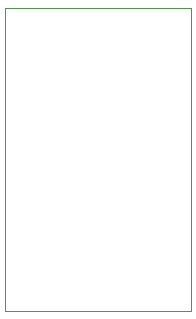
<source format=gbr>
%TF.GenerationSoftware,KiCad,Pcbnew,(6.0.7)*%
%TF.CreationDate,2023-02-25T23:23:10-06:00*%
%TF.ProjectId,SDCardToFFC,53444361-7264-4546-9f46-46432e6b6963,rev?*%
%TF.SameCoordinates,Original*%
%TF.FileFunction,Profile,NP*%
%FSLAX46Y46*%
G04 Gerber Fmt 4.6, Leading zero omitted, Abs format (unit mm)*
G04 Created by KiCad (PCBNEW (6.0.7)) date 2023-02-25 23:23:10*
%MOMM*%
%LPD*%
G01*
G04 APERTURE LIST*
%TA.AperFunction,Profile*%
%ADD10C,0.100000*%
%TD*%
G04 APERTURE END LIST*
D10*
X131826000Y-70358000D02*
X147574000Y-70358000D01*
X147574000Y-70358000D02*
X147574000Y-96012000D01*
X147574000Y-96012000D02*
X131826000Y-96012000D01*
X131826000Y-96012000D02*
X131826000Y-70358000D01*
M02*

</source>
